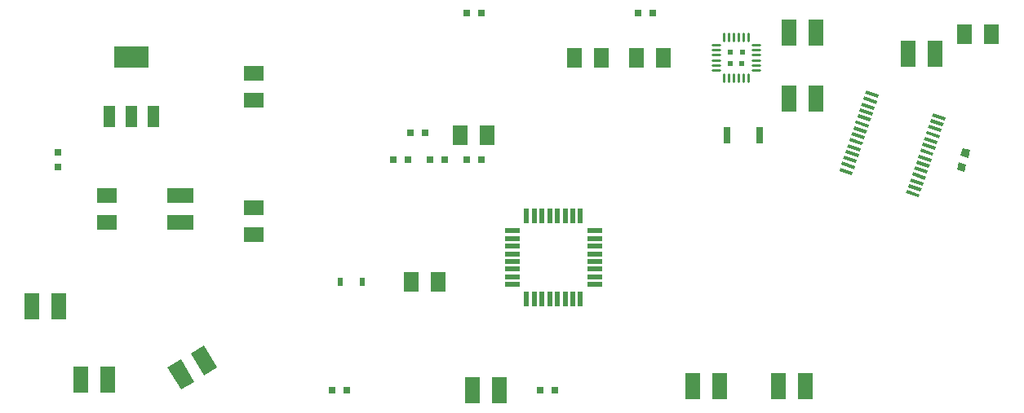
<source format=gbr>
G04 EAGLE Gerber RS-274X export*
G75*
%MOMM*%
%FSLAX34Y34*%
%LPD*%
%INSolderpaste Top*%
%IPPOS*%
%AMOC8*
5,1,8,0,0,1.08239X$1,22.5*%
G01*
%ADD10R,1.600000X2.700000*%
%ADD11R,2.700000X1.600000*%
%ADD12R,0.630000X0.830000*%
%ADD13R,0.800000X0.800000*%
%ADD14R,0.800000X0.800000*%
%ADD15R,2.000000X1.600000*%
%ADD16R,1.600000X2.000000*%
%ADD17R,0.800000X1.700000*%
%ADD18R,1.500000X0.550000*%
%ADD19R,0.550000X1.500000*%
%ADD20R,0.348000X1.397000*%
%ADD21C,0.254000*%
%ADD22R,0.482600X0.482600*%
%ADD23R,1.219200X2.235200*%
%ADD24R,3.600000X2.200000*%


D10*
X801400Y44450D03*
X773400Y44450D03*
X138400Y50800D03*
X166400Y50800D03*
X87600Y127000D03*
X115600Y127000D03*
X862300Y44450D03*
X890300Y44450D03*
X544800Y40057D03*
X572800Y40057D03*
D11*
X241300Y214600D03*
X241300Y242600D03*
D10*
G36*
X252139Y78155D02*
X265825Y86443D01*
X279811Y63349D01*
X266125Y55061D01*
X252139Y78155D01*
G37*
G36*
X228189Y63651D02*
X241875Y71939D01*
X255861Y48845D01*
X242175Y40557D01*
X228189Y63651D01*
G37*
D12*
X407600Y152400D03*
X430600Y152400D03*
D13*
X538600Y279400D03*
X553600Y279400D03*
X114300Y271900D03*
X114300Y286900D03*
X500500Y279400D03*
X515500Y279400D03*
X462400Y279400D03*
X477400Y279400D03*
X480180Y307340D03*
X495180Y307340D03*
X538600Y431800D03*
X553600Y431800D03*
X716400Y431800D03*
X731400Y431800D03*
D14*
G36*
X1051166Y283832D02*
X1053277Y291547D01*
X1060992Y289436D01*
X1058881Y281721D01*
X1051166Y283832D01*
G37*
G36*
X1047208Y269364D02*
X1049319Y277079D01*
X1057034Y274968D01*
X1054923Y267253D01*
X1047208Y269364D01*
G37*
D13*
X614800Y40057D03*
X629800Y40057D03*
X398900Y40057D03*
X413900Y40057D03*
D15*
X317500Y341600D03*
X317500Y369600D03*
D16*
X532100Y304800D03*
X560100Y304800D03*
X481300Y152400D03*
X509300Y152400D03*
X1083340Y410210D03*
X1055340Y410210D03*
D15*
X317500Y201900D03*
X317500Y229900D03*
D17*
X808500Y304800D03*
X842500Y304800D03*
D18*
X671650Y149800D03*
X671650Y157800D03*
X671650Y165800D03*
X671650Y173800D03*
X671650Y181800D03*
X671650Y189800D03*
X671650Y197800D03*
X671650Y205800D03*
D19*
X656650Y220800D03*
X648650Y220800D03*
X640650Y220800D03*
X632650Y220800D03*
X624650Y220800D03*
X616650Y220800D03*
X608650Y220800D03*
X600650Y220800D03*
D18*
X585650Y205800D03*
X585650Y197800D03*
X585650Y189800D03*
X585650Y181800D03*
X585650Y173800D03*
X585650Y165800D03*
X585650Y157800D03*
X585650Y149800D03*
D19*
X600650Y134800D03*
X608650Y134800D03*
X616650Y134800D03*
X624650Y134800D03*
X632650Y134800D03*
X640650Y134800D03*
X648650Y134800D03*
X656650Y134800D03*
D20*
G36*
X1021391Y324870D02*
X1022501Y328169D01*
X1035741Y323714D01*
X1034631Y320415D01*
X1021391Y324870D01*
G37*
G36*
X1019318Y318710D02*
X1020428Y322009D01*
X1033668Y317554D01*
X1032558Y314255D01*
X1019318Y318710D01*
G37*
G36*
X1017245Y312549D02*
X1018355Y315848D01*
X1031595Y311393D01*
X1030485Y308094D01*
X1017245Y312549D01*
G37*
G36*
X1015172Y306389D02*
X1016282Y309688D01*
X1029522Y305233D01*
X1028412Y301934D01*
X1015172Y306389D01*
G37*
G36*
X1013099Y300228D02*
X1014209Y303527D01*
X1027449Y299072D01*
X1026339Y295773D01*
X1013099Y300228D01*
G37*
G36*
X1011025Y294068D02*
X1012135Y297367D01*
X1025375Y292912D01*
X1024265Y289613D01*
X1011025Y294068D01*
G37*
G36*
X1008952Y287907D02*
X1010062Y291206D01*
X1023302Y286751D01*
X1022192Y283452D01*
X1008952Y287907D01*
G37*
G36*
X1004806Y275586D02*
X1005916Y278885D01*
X1019156Y274430D01*
X1018046Y271131D01*
X1004806Y275586D01*
G37*
G36*
X1006879Y281747D02*
X1007989Y285046D01*
X1021229Y280591D01*
X1020119Y277292D01*
X1006879Y281747D01*
G37*
G36*
X1002732Y269426D02*
X1003842Y272725D01*
X1017082Y268270D01*
X1015972Y264971D01*
X1002732Y269426D01*
G37*
G36*
X1000659Y263265D02*
X1001769Y266564D01*
X1015009Y262109D01*
X1013899Y258810D01*
X1000659Y263265D01*
G37*
G36*
X998586Y257105D02*
X999696Y260404D01*
X1012936Y255949D01*
X1011826Y252650D01*
X998586Y257105D01*
G37*
G36*
X996513Y250944D02*
X997623Y254243D01*
X1010863Y249788D01*
X1009753Y246489D01*
X996513Y250944D01*
G37*
G36*
X994439Y244784D02*
X995549Y248083D01*
X1008789Y243628D01*
X1007679Y240329D01*
X994439Y244784D01*
G37*
G36*
X952091Y348192D02*
X953201Y351491D01*
X966441Y347036D01*
X965331Y343737D01*
X952091Y348192D01*
G37*
G36*
X950017Y342032D02*
X951127Y345331D01*
X964367Y340876D01*
X963257Y337577D01*
X950017Y342032D01*
G37*
G36*
X947944Y335871D02*
X949054Y339170D01*
X962294Y334715D01*
X961184Y331416D01*
X947944Y335871D01*
G37*
G36*
X945871Y329711D02*
X946981Y333010D01*
X960221Y328555D01*
X959111Y325256D01*
X945871Y329711D01*
G37*
G36*
X943798Y323550D02*
X944908Y326849D01*
X958148Y322394D01*
X957038Y319095D01*
X943798Y323550D01*
G37*
G36*
X941724Y317390D02*
X942834Y320689D01*
X956074Y316234D01*
X954964Y312935D01*
X941724Y317390D01*
G37*
G36*
X939651Y311229D02*
X940761Y314528D01*
X954001Y310073D01*
X952891Y306774D01*
X939651Y311229D01*
G37*
G36*
X937578Y305069D02*
X938688Y308368D01*
X951928Y303913D01*
X950818Y300614D01*
X937578Y305069D01*
G37*
G36*
X935505Y298908D02*
X936615Y302207D01*
X949855Y297752D01*
X948745Y294453D01*
X935505Y298908D01*
G37*
G36*
X933431Y292748D02*
X934541Y296047D01*
X947781Y291592D01*
X946671Y288293D01*
X933431Y292748D01*
G37*
G36*
X931358Y286587D02*
X932468Y289886D01*
X945708Y285431D01*
X944598Y282132D01*
X931358Y286587D01*
G37*
G36*
X929285Y280427D02*
X930395Y283726D01*
X943635Y279271D01*
X942525Y275972D01*
X929285Y280427D01*
G37*
G36*
X927212Y274266D02*
X928322Y277565D01*
X941562Y273110D01*
X940452Y269811D01*
X927212Y274266D01*
G37*
G36*
X925139Y268106D02*
X926249Y271405D01*
X939489Y266950D01*
X938379Y263651D01*
X925139Y268106D01*
G37*
D15*
X165100Y214600D03*
X165100Y242600D03*
D21*
X805213Y403086D02*
X805213Y410706D01*
X810259Y410706D02*
X810259Y403086D01*
X815305Y403086D02*
X815305Y410706D01*
X820655Y410706D02*
X820655Y403086D01*
X825676Y403086D02*
X825676Y410706D01*
X830747Y410706D02*
X830747Y403086D01*
X805213Y368674D02*
X805213Y361054D01*
X810259Y361054D02*
X810259Y368674D01*
X815305Y368674D02*
X815305Y361054D01*
X820655Y361054D02*
X820655Y368674D01*
X825676Y368674D02*
X825676Y361054D01*
X830747Y361054D02*
X830747Y368674D01*
X834932Y373113D02*
X842552Y373113D01*
X842552Y378159D02*
X834932Y378159D01*
X834932Y383205D02*
X842552Y383205D01*
X842552Y388555D02*
X834932Y388555D01*
X834932Y393576D02*
X842552Y393576D01*
X842552Y398647D02*
X834932Y398647D01*
X801028Y373113D02*
X793408Y373113D01*
X793408Y378159D02*
X801028Y378159D01*
X801028Y383205D02*
X793408Y383205D01*
X793408Y388555D02*
X801028Y388555D01*
X801028Y393576D02*
X793408Y393576D01*
X793408Y398647D02*
X801028Y398647D01*
D22*
X811911Y391795D03*
X824611Y391795D03*
X812038Y379730D03*
X824230Y379730D03*
D10*
X996920Y389890D03*
X1024920Y389890D03*
X873095Y411480D03*
X901095Y411480D03*
D16*
X714980Y385880D03*
X742980Y385880D03*
X650210Y385880D03*
X678210Y385880D03*
D10*
X873095Y342900D03*
X901095Y342900D03*
D23*
X167386Y324612D03*
X190500Y324612D03*
X213614Y324612D03*
D24*
X190500Y386590D03*
M02*

</source>
